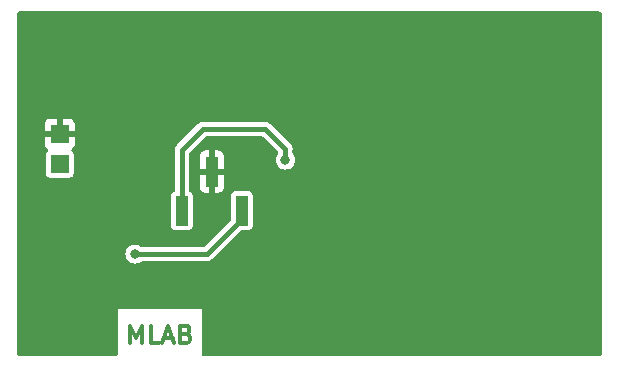
<source format=gbr>
%TF.GenerationSoftware,KiCad,Pcbnew,6.0.11+dfsg-1~bpo11+1*%
%TF.CreationDate,2023-04-13T18:31:34+00:00*%
%TF.ProjectId,PINHOLDER03,50494e48-4f4c-4444-9552-30332e6b6963,02A*%
%TF.SameCoordinates,Original*%
%TF.FileFunction,Copper,L1,Top*%
%TF.FilePolarity,Positive*%
%FSLAX46Y46*%
G04 Gerber Fmt 4.6, Leading zero omitted, Abs format (unit mm)*
G04 Created by KiCad (PCBNEW 6.0.11+dfsg-1~bpo11+1) date 2023-04-13 18:31:34*
%MOMM*%
%LPD*%
G01*
G04 APERTURE LIST*
%ADD10C,0.300000*%
%TA.AperFunction,NonConductor*%
%ADD11C,0.300000*%
%TD*%
%TA.AperFunction,ComponentPad*%
%ADD12C,6.000000*%
%TD*%
%TA.AperFunction,SMDPad,CuDef*%
%ADD13R,1.000000X2.510000*%
%TD*%
%TA.AperFunction,ComponentPad*%
%ADD14R,1.524000X1.524000*%
%TD*%
%TA.AperFunction,ViaPad*%
%ADD15C,0.800000*%
%TD*%
%TA.AperFunction,Conductor*%
%ADD16C,0.400000*%
%TD*%
G04 APERTURE END LIST*
D10*
D11*
X5164000Y-23672571D02*
X5164000Y-22172571D01*
X5664000Y-23244000D01*
X6164000Y-22172571D01*
X6164000Y-23672571D01*
X7592571Y-23672571D02*
X6878285Y-23672571D01*
X6878285Y-22172571D01*
X8021142Y-23244000D02*
X8735428Y-23244000D01*
X7878285Y-23672571D02*
X8378285Y-22172571D01*
X8878285Y-23672571D01*
X9878285Y-22886857D02*
X10092571Y-22958285D01*
X10164000Y-23029714D01*
X10235428Y-23172571D01*
X10235428Y-23386857D01*
X10164000Y-23529714D01*
X10092571Y-23601142D01*
X9949714Y-23672571D01*
X9378285Y-23672571D01*
X9378285Y-22172571D01*
X9878285Y-22172571D01*
X10021142Y-22244000D01*
X10092571Y-22315428D01*
X10164000Y-22458285D01*
X10164000Y-22601142D01*
X10092571Y-22744000D01*
X10021142Y-22815428D01*
X9878285Y-22886857D01*
X9378285Y-22886857D01*
D12*
%TO.P,M3,1*%
%TO.N,GND*%
X0Y0D03*
%TD*%
%TO.P,M2,1*%
%TO.N,GND*%
X40640000Y0D03*
%TD*%
D13*
%TO.P,J1,1*%
%TO.N,/circle_0*%
X9524000Y-12449000D03*
%TO.P,J1,2*%
%TO.N,GND*%
X12064000Y-9139000D03*
%TO.P,J1,3*%
%TO.N,Net-(D2-Pad2)*%
X14604000Y-12449000D03*
%TD*%
D12*
%TO.P,M4,1*%
%TO.N,GND*%
X0Y-20320000D03*
%TD*%
%TO.P,M1,1*%
%TO.N,GND*%
X40640000Y-20320000D03*
%TD*%
D14*
%TO.P,J2,1*%
%TO.N,GND*%
X-810000Y-5950000D03*
%TO.P,J2,2*%
%TO.N,Net-(D1-Pad2)*%
X-810000Y-8490000D03*
%TD*%
D15*
%TO.N,/circle_0*%
X18290000Y-8170000D03*
%TO.N,Net-(D2-Pad2)*%
X5540000Y-16120000D03*
%TD*%
D16*
%TO.N,/circle_0*%
X9295000Y-12220000D02*
X9524000Y-12449000D01*
X18290000Y-7220000D02*
X18290000Y-8170000D01*
X9524000Y-7286000D02*
X11290000Y-5520000D01*
X9524000Y-12449000D02*
X9524000Y-7286000D01*
X16590000Y-5520000D02*
X18290000Y-7220000D01*
X11290000Y-5520000D02*
X16590000Y-5520000D01*
%TO.N,Net-(D2-Pad2)*%
X14604000Y-12449000D02*
X14604000Y-13156000D01*
X11640000Y-16120000D02*
X5540000Y-16120000D01*
X14604000Y-12449000D02*
X14861600Y-12191400D01*
X14604000Y-13156000D02*
X11640000Y-16120000D01*
%TD*%
%TA.AperFunction,Conductor*%
%TO.N,GND*%
G36*
X44953343Y4406293D02*
G01*
X45022584Y4351074D01*
X45061011Y4271282D01*
X45066000Y4227000D01*
X45066000Y-24547000D01*
X45046293Y-24633343D01*
X44991074Y-24702584D01*
X44911282Y-24741011D01*
X44867000Y-24746000D01*
X11420143Y-24746000D01*
X11333800Y-24726293D01*
X11264559Y-24671074D01*
X11226132Y-24591282D01*
X11221143Y-24547000D01*
X11221143Y-20786500D01*
X4106857Y-20786500D01*
X4106857Y-24547000D01*
X4087150Y-24633343D01*
X4031931Y-24702584D01*
X3952139Y-24741011D01*
X3907857Y-24746000D01*
X-4227000Y-24746000D01*
X-4313343Y-24726293D01*
X-4382584Y-24671074D01*
X-4421011Y-24591282D01*
X-4426000Y-24547000D01*
X-4426000Y-16108753D01*
X4734514Y-16108753D01*
X4752039Y-16287486D01*
X4808726Y-16457896D01*
X4901759Y-16611512D01*
X5026514Y-16740699D01*
X5176789Y-16839036D01*
X5187214Y-16842913D01*
X5334685Y-16897757D01*
X5334687Y-16897757D01*
X5345116Y-16901636D01*
X5356143Y-16903107D01*
X5356146Y-16903108D01*
X5474486Y-16918898D01*
X5523130Y-16925388D01*
X5534207Y-16924380D01*
X5690896Y-16910121D01*
X5690898Y-16910121D01*
X5701981Y-16909112D01*
X5787382Y-16881363D01*
X5862196Y-16857055D01*
X5862199Y-16857054D01*
X5872782Y-16853615D01*
X5897239Y-16839036D01*
X6017485Y-16767356D01*
X6017489Y-16767353D01*
X6027044Y-16761657D01*
X6029439Y-16759376D01*
X6106557Y-16724486D01*
X6146185Y-16720500D01*
X11587592Y-16720500D01*
X11613567Y-16722203D01*
X11627065Y-16723980D01*
X11627072Y-16723980D01*
X11640000Y-16725682D01*
X11666426Y-16722203D01*
X11679361Y-16720500D01*
X11796762Y-16705044D01*
X11942841Y-16644536D01*
X12068282Y-16548282D01*
X12084517Y-16527125D01*
X12101674Y-16507561D01*
X14446449Y-14162786D01*
X14521437Y-14115667D01*
X14587163Y-14104500D01*
X15080905Y-14104499D01*
X15135518Y-14104499D01*
X15143231Y-14103277D01*
X15143237Y-14103277D01*
X15213831Y-14092097D01*
X15213834Y-14092096D01*
X15229304Y-14089646D01*
X15243260Y-14082535D01*
X15243263Y-14082534D01*
X15328388Y-14039160D01*
X15342342Y-14032050D01*
X15432050Y-13942342D01*
X15489646Y-13829304D01*
X15504500Y-13735519D01*
X15504499Y-11162482D01*
X15503275Y-11154753D01*
X15492097Y-11084169D01*
X15492096Y-11084166D01*
X15489646Y-11068696D01*
X15432050Y-10955658D01*
X15342342Y-10865950D01*
X15229304Y-10808354D01*
X15135519Y-10793500D01*
X15127695Y-10793500D01*
X14603627Y-10793501D01*
X14072482Y-10793501D01*
X14064769Y-10794723D01*
X14064763Y-10794723D01*
X13994169Y-10805903D01*
X13994166Y-10805904D01*
X13978696Y-10808354D01*
X13964740Y-10815465D01*
X13964737Y-10815466D01*
X13937483Y-10829353D01*
X13865658Y-10865950D01*
X13775950Y-10955658D01*
X13718354Y-11068696D01*
X13703500Y-11162481D01*
X13703500Y-11170305D01*
X13703501Y-13124836D01*
X13683794Y-13211179D01*
X13645215Y-13265550D01*
X11449551Y-15461214D01*
X11374563Y-15508333D01*
X11308837Y-15519500D01*
X6145614Y-15519500D01*
X6059271Y-15499793D01*
X6038984Y-15488521D01*
X5902534Y-15401927D01*
X5902533Y-15401926D01*
X5893136Y-15395963D01*
X5804109Y-15364262D01*
X5734436Y-15339452D01*
X5734432Y-15339451D01*
X5723951Y-15335719D01*
X5712904Y-15334402D01*
X5712901Y-15334401D01*
X5556671Y-15315772D01*
X5556669Y-15315772D01*
X5545624Y-15314455D01*
X5367017Y-15333227D01*
X5356482Y-15336813D01*
X5356479Y-15336814D01*
X5278035Y-15363519D01*
X5197007Y-15391103D01*
X5102651Y-15449151D01*
X5053521Y-15479376D01*
X5053519Y-15479377D01*
X5044045Y-15485206D01*
X4915732Y-15610859D01*
X4818446Y-15761817D01*
X4757022Y-15930578D01*
X4734514Y-16108753D01*
X-4426000Y-16108753D01*
X-4426000Y-11162481D01*
X8623500Y-11162481D01*
X8623501Y-13735518D01*
X8624723Y-13743231D01*
X8624723Y-13743237D01*
X8635903Y-13813831D01*
X8635904Y-13813834D01*
X8638354Y-13829304D01*
X8695950Y-13942342D01*
X8785658Y-14032050D01*
X8898696Y-14089646D01*
X8992481Y-14104500D01*
X9000305Y-14104500D01*
X9524373Y-14104499D01*
X10055518Y-14104499D01*
X10063231Y-14103277D01*
X10063237Y-14103277D01*
X10133831Y-14092097D01*
X10133834Y-14092096D01*
X10149304Y-14089646D01*
X10163260Y-14082535D01*
X10163263Y-14082534D01*
X10248388Y-14039160D01*
X10262342Y-14032050D01*
X10352050Y-13942342D01*
X10409646Y-13829304D01*
X10424500Y-13735519D01*
X10424499Y-11162482D01*
X10423275Y-11154753D01*
X10412097Y-11084169D01*
X10412096Y-11084166D01*
X10409646Y-11068696D01*
X10352050Y-10955658D01*
X10262342Y-10865950D01*
X10233156Y-10851079D01*
X10165171Y-10794321D01*
X10128545Y-10713686D01*
X10124500Y-10673769D01*
X10124500Y-10429176D01*
X11034000Y-10429176D01*
X11034720Y-10441130D01*
X11042925Y-10508924D01*
X11049165Y-10533494D01*
X11092922Y-10644015D01*
X11106115Y-10667429D01*
X11177510Y-10761487D01*
X11196513Y-10780490D01*
X11290571Y-10851885D01*
X11313985Y-10865078D01*
X11424506Y-10908835D01*
X11449076Y-10915075D01*
X11516870Y-10923280D01*
X11528824Y-10924000D01*
X11787577Y-10924000D01*
X11806547Y-10919670D01*
X11810000Y-10912500D01*
X11810000Y-10901577D01*
X12318000Y-10901577D01*
X12322330Y-10920547D01*
X12329500Y-10924000D01*
X12599176Y-10924000D01*
X12611130Y-10923280D01*
X12678924Y-10915075D01*
X12703494Y-10908835D01*
X12814015Y-10865078D01*
X12837429Y-10851885D01*
X12931487Y-10780490D01*
X12950490Y-10761487D01*
X13021885Y-10667429D01*
X13035078Y-10644015D01*
X13078835Y-10533494D01*
X13085075Y-10508924D01*
X13093280Y-10441130D01*
X13094000Y-10429176D01*
X13094000Y-9415423D01*
X13089670Y-9396453D01*
X13082500Y-9393000D01*
X12340423Y-9393000D01*
X12321453Y-9397330D01*
X12318000Y-9404500D01*
X12318000Y-10901577D01*
X11810000Y-10901577D01*
X11810000Y-9415423D01*
X11805670Y-9396453D01*
X11798500Y-9393000D01*
X11056423Y-9393000D01*
X11037453Y-9397330D01*
X11034000Y-9404500D01*
X11034000Y-10429176D01*
X10124500Y-10429176D01*
X10124500Y-8862577D01*
X11034000Y-8862577D01*
X11038330Y-8881547D01*
X11045500Y-8885000D01*
X11787577Y-8885000D01*
X11806547Y-8880670D01*
X11810000Y-8873500D01*
X11810000Y-8862577D01*
X12318000Y-8862577D01*
X12322330Y-8881547D01*
X12329500Y-8885000D01*
X13071577Y-8885000D01*
X13090547Y-8880670D01*
X13094000Y-8873500D01*
X13094000Y-7848824D01*
X13093280Y-7836870D01*
X13085075Y-7769076D01*
X13078835Y-7744506D01*
X13035078Y-7633985D01*
X13021885Y-7610571D01*
X12950490Y-7516513D01*
X12931487Y-7497510D01*
X12837429Y-7426115D01*
X12814015Y-7412922D01*
X12703494Y-7369165D01*
X12678924Y-7362925D01*
X12611130Y-7354720D01*
X12599176Y-7354000D01*
X12340423Y-7354000D01*
X12321453Y-7358330D01*
X12318000Y-7365500D01*
X12318000Y-8862577D01*
X11810000Y-8862577D01*
X11810000Y-7376423D01*
X11805670Y-7357453D01*
X11798500Y-7354000D01*
X11528824Y-7354000D01*
X11516870Y-7354720D01*
X11449076Y-7362925D01*
X11424506Y-7369165D01*
X11313985Y-7412922D01*
X11290571Y-7426115D01*
X11196513Y-7497510D01*
X11177510Y-7516513D01*
X11106115Y-7610571D01*
X11092922Y-7633985D01*
X11049165Y-7744506D01*
X11042925Y-7769076D01*
X11034720Y-7836870D01*
X11034000Y-7848824D01*
X11034000Y-8862577D01*
X10124500Y-8862577D01*
X10124500Y-7617163D01*
X10144207Y-7530820D01*
X10182786Y-7476449D01*
X11480449Y-6178786D01*
X11555437Y-6131667D01*
X11621163Y-6120500D01*
X16258837Y-6120500D01*
X16345180Y-6140207D01*
X16399551Y-6178786D01*
X17631214Y-7410449D01*
X17678333Y-7485437D01*
X17689500Y-7551163D01*
X17689500Y-7565409D01*
X17669793Y-7651752D01*
X17657773Y-7673208D01*
X17568446Y-7811817D01*
X17507022Y-7980578D01*
X17505628Y-7991611D01*
X17505628Y-7991612D01*
X17498850Y-8045269D01*
X17484514Y-8158753D01*
X17485600Y-8169829D01*
X17485600Y-8169830D01*
X17487210Y-8186244D01*
X17502039Y-8337486D01*
X17558726Y-8507896D01*
X17651759Y-8661512D01*
X17776514Y-8790699D01*
X17926789Y-8889036D01*
X17937214Y-8892913D01*
X18084685Y-8947757D01*
X18084687Y-8947757D01*
X18095116Y-8951636D01*
X18106143Y-8953107D01*
X18106146Y-8953108D01*
X18224486Y-8968898D01*
X18273130Y-8975388D01*
X18284207Y-8974380D01*
X18440896Y-8960121D01*
X18440898Y-8960121D01*
X18451981Y-8959112D01*
X18537381Y-8931364D01*
X18612196Y-8907055D01*
X18612199Y-8907054D01*
X18622782Y-8903615D01*
X18654009Y-8885000D01*
X18767489Y-8817353D01*
X18767490Y-8817352D01*
X18777044Y-8811657D01*
X18907099Y-8687807D01*
X18924570Y-8661512D01*
X19000325Y-8547490D01*
X19006483Y-8538222D01*
X19070257Y-8370336D01*
X19095251Y-8192493D01*
X19095565Y-8170000D01*
X19094869Y-8163794D01*
X19076787Y-8002588D01*
X19076786Y-8002584D01*
X19075546Y-7991528D01*
X19068094Y-7970127D01*
X19020145Y-7832437D01*
X19016485Y-7821927D01*
X18921316Y-7669625D01*
X18924320Y-7667748D01*
X18895358Y-7607143D01*
X18890500Y-7563443D01*
X18890500Y-7272408D01*
X18892203Y-7246433D01*
X18893980Y-7232935D01*
X18893980Y-7232928D01*
X18895682Y-7220000D01*
X18875044Y-7063238D01*
X18814536Y-6917159D01*
X18742450Y-6823215D01*
X18742447Y-6823211D01*
X18726222Y-6802065D01*
X18726219Y-6802062D01*
X18718282Y-6791718D01*
X18697125Y-6775483D01*
X18677561Y-6758326D01*
X17051674Y-5132439D01*
X17034517Y-5112875D01*
X17018282Y-5091718D01*
X16892841Y-4995464D01*
X16758814Y-4939948D01*
X16758810Y-4939946D01*
X16746762Y-4934956D01*
X16629361Y-4919500D01*
X16602928Y-4916020D01*
X16590000Y-4914318D01*
X16577072Y-4916020D01*
X16577065Y-4916020D01*
X16563567Y-4917797D01*
X16537592Y-4919500D01*
X11342408Y-4919500D01*
X11316433Y-4917797D01*
X11302935Y-4916020D01*
X11302928Y-4916020D01*
X11290000Y-4914318D01*
X11277072Y-4916020D01*
X11250639Y-4919500D01*
X11133238Y-4934956D01*
X10987159Y-4995464D01*
X10861718Y-5091718D01*
X10845483Y-5112875D01*
X10828326Y-5132439D01*
X9136439Y-6824326D01*
X9116875Y-6841483D01*
X9095718Y-6857718D01*
X8999464Y-6983159D01*
X8938956Y-7129238D01*
X8918318Y-7286000D01*
X8920020Y-7298928D01*
X8920020Y-7298935D01*
X8921797Y-7312433D01*
X8923500Y-7338408D01*
X8923500Y-10673769D01*
X8903793Y-10760112D01*
X8848574Y-10829353D01*
X8814845Y-10851079D01*
X8785658Y-10865950D01*
X8695950Y-10955658D01*
X8638354Y-11068696D01*
X8623500Y-11162481D01*
X-4426000Y-11162481D01*
X-4426000Y-6747176D01*
X-2102000Y-6747176D01*
X-2101280Y-6759130D01*
X-2093075Y-6826924D01*
X-2086835Y-6851494D01*
X-2043078Y-6962015D01*
X-2029885Y-6985429D01*
X-1958490Y-7079487D01*
X-1939487Y-7098490D01*
X-1876394Y-7146381D01*
X-1819534Y-7214282D01*
X-1797767Y-7300129D01*
X-1815403Y-7386918D01*
X-1855996Y-7445604D01*
X-1900050Y-7489658D01*
X-1957646Y-7602696D01*
X-1972500Y-7696481D01*
X-1972499Y-9283518D01*
X-1971277Y-9291231D01*
X-1971277Y-9291237D01*
X-1960097Y-9361831D01*
X-1960096Y-9361834D01*
X-1957646Y-9377304D01*
X-1950535Y-9391260D01*
X-1950534Y-9391263D01*
X-1907160Y-9476388D01*
X-1900050Y-9490342D01*
X-1810342Y-9580050D01*
X-1697304Y-9637646D01*
X-1603519Y-9652500D01*
X-1595695Y-9652500D01*
X-809442Y-9652499D01*
X-16482Y-9652499D01*
X-8769Y-9651277D01*
X-8763Y-9651277D01*
X61831Y-9640097D01*
X61834Y-9640096D01*
X77304Y-9637646D01*
X91260Y-9630535D01*
X91263Y-9630534D01*
X176388Y-9587160D01*
X190342Y-9580050D01*
X280050Y-9490342D01*
X337646Y-9377304D01*
X352500Y-9283519D01*
X352499Y-7696482D01*
X351275Y-7688753D01*
X340097Y-7618169D01*
X340096Y-7618166D01*
X337646Y-7602696D01*
X318648Y-7565409D01*
X287160Y-7503612D01*
X280050Y-7489658D01*
X235996Y-7445604D01*
X188877Y-7370616D01*
X178961Y-7282609D01*
X208212Y-7199016D01*
X256394Y-7146381D01*
X319487Y-7098490D01*
X338490Y-7079487D01*
X409885Y-6985429D01*
X423078Y-6962015D01*
X466835Y-6851494D01*
X473075Y-6826924D01*
X481280Y-6759130D01*
X482000Y-6747176D01*
X482000Y-6226423D01*
X477670Y-6207453D01*
X470500Y-6204000D01*
X-2079577Y-6204000D01*
X-2098547Y-6208330D01*
X-2102000Y-6215500D01*
X-2102000Y-6747176D01*
X-4426000Y-6747176D01*
X-4426000Y-5673577D01*
X-2102000Y-5673577D01*
X-2097670Y-5692547D01*
X-2090500Y-5696000D01*
X-1086423Y-5696000D01*
X-1067453Y-5691670D01*
X-1064000Y-5684500D01*
X-1064000Y-5673577D01*
X-556000Y-5673577D01*
X-551670Y-5692547D01*
X-544500Y-5696000D01*
X459577Y-5696000D01*
X478547Y-5691670D01*
X482000Y-5684500D01*
X482000Y-5152824D01*
X481280Y-5140870D01*
X473075Y-5073076D01*
X466835Y-5048506D01*
X423078Y-4937985D01*
X409885Y-4914571D01*
X338490Y-4820513D01*
X319487Y-4801510D01*
X225429Y-4730115D01*
X202015Y-4716922D01*
X91494Y-4673165D01*
X66924Y-4666925D01*
X-870Y-4658720D01*
X-12824Y-4658000D01*
X-533577Y-4658000D01*
X-552547Y-4662330D01*
X-556000Y-4669500D01*
X-556000Y-5673577D01*
X-1064000Y-5673577D01*
X-1064000Y-4680423D01*
X-1068330Y-4661453D01*
X-1075500Y-4658000D01*
X-1607176Y-4658000D01*
X-1619130Y-4658720D01*
X-1686924Y-4666925D01*
X-1711494Y-4673165D01*
X-1822015Y-4716922D01*
X-1845429Y-4730115D01*
X-1939487Y-4801510D01*
X-1958490Y-4820513D01*
X-2029885Y-4914571D01*
X-2043078Y-4937985D01*
X-2086835Y-5048506D01*
X-2093075Y-5073076D01*
X-2101280Y-5140870D01*
X-2102000Y-5152824D01*
X-2102000Y-5673577D01*
X-4426000Y-5673577D01*
X-4426000Y4227000D01*
X-4406293Y4313343D01*
X-4351074Y4382584D01*
X-4271282Y4421011D01*
X-4227000Y4426000D01*
X44867000Y4426000D01*
X44953343Y4406293D01*
G37*
%TD.AperFunction*%
%TD*%
M02*

</source>
